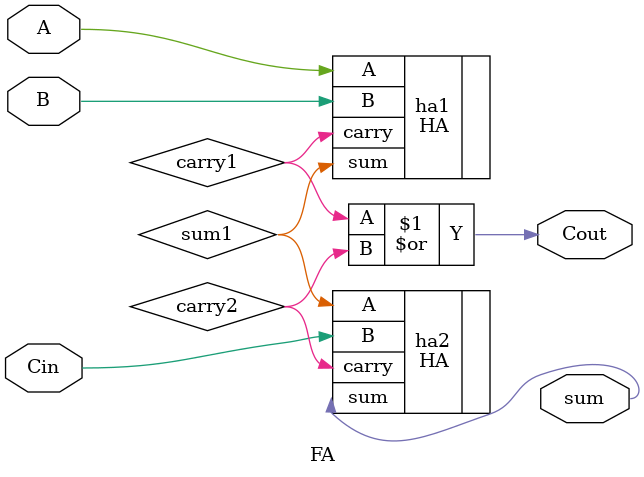
<source format=v>
module FA(output Cout, output sum, input A, input B, input Cin);
wire sum1, carry1, carry2;
    
HA ha1(.A(A), .B(B), .sum(sum1), .carry(carry1));
HA ha2(.A(sum1), .B(Cin), .sum(sum), .carry(carry2));

assign Cout = carry1 | carry2;

endmodule
</source>
